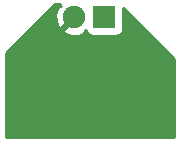
<source format=gbl>
G04 #@! TF.GenerationSoftware,KiCad,Pcbnew,6.0.0-rc1-unknown-2fdf13a~66~ubuntu16.04.1*
G04 #@! TF.CreationDate,2018-11-18T17:19:58+00:00*
G04 #@! TF.ProjectId,demo,64656d6f-2e6b-4696-9361-645f70636258,rev?*
G04 #@! TF.SameCoordinates,Original*
G04 #@! TF.FileFunction,Copper,L2,Bot*
G04 #@! TF.FilePolarity,Positive*
%FSLAX46Y46*%
G04 Gerber Fmt 4.6, Leading zero omitted, Abs format (unit mm)*
G04 Created by KiCad (PCBNEW 6.0.0-rc1-unknown-2fdf13a~66~ubuntu16.04.1) date Sun 18 Nov 2018 17:19:58 GMT*
%MOMM*%
%LPD*%
G01*
G04 APERTURE LIST*
G04 #@! TA.AperFunction,ComponentPad*
%ADD10C,1.900000*%
G04 #@! TD*
G04 #@! TA.AperFunction,ComponentPad*
%ADD11R,1.900000X1.900000*%
G04 #@! TD*
G04 #@! TA.AperFunction,ViaPad*
%ADD12C,0.800000*%
G04 #@! TD*
G04 #@! TA.AperFunction,Conductor*
%ADD13C,0.254000*%
G04 #@! TD*
G04 APERTURE END LIST*
D10*
G04 #@! TO.P,BT1,2*
G04 #@! TO.N,GND*
X223930000Y-3200000D03*
D11*
G04 #@! TO.P,BT1,1*
G04 #@! TO.N,5v*
X226470000Y-3200000D03*
G04 #@! TD*
D12*
G04 #@! TO.N,GND*
X221400000Y-5400000D03*
X219600000Y-5200000D03*
X224000000Y-12600000D03*
X230800000Y-11800000D03*
G04 #@! TD*
D13*
G04 #@! TO.N,GND*
G36*
X222699234Y-2148842D02*
X222813648Y-2263256D01*
X222551981Y-2355792D01*
X222333812Y-2947398D01*
X222358648Y-3577461D01*
X222551981Y-4044208D01*
X222813650Y-4136745D01*
X223750395Y-3200000D01*
X223736253Y-3185858D01*
X223915858Y-3006253D01*
X223930000Y-3020395D01*
X223944143Y-3006253D01*
X224123748Y-3185858D01*
X224109605Y-3200000D01*
X224123748Y-3214143D01*
X223944143Y-3393748D01*
X223930000Y-3379605D01*
X222993255Y-4316350D01*
X223085792Y-4578019D01*
X223677398Y-4796188D01*
X224307461Y-4771352D01*
X224774208Y-4578019D01*
X224866744Y-4316352D01*
X224915309Y-4364917D01*
X224921843Y-4397765D01*
X225062191Y-4607809D01*
X225272235Y-4748157D01*
X225520000Y-4797440D01*
X227420000Y-4797440D01*
X227667765Y-4748157D01*
X227877809Y-4607809D01*
X228018157Y-4397765D01*
X228067440Y-4150000D01*
X228067440Y-2465464D01*
X232365001Y-6763027D01*
X232365000Y-13365000D01*
X218135000Y-13365000D01*
X218135000Y-6263024D01*
X222263025Y-2135000D01*
X222713076Y-2135000D01*
X222699234Y-2148842D01*
X222699234Y-2148842D01*
G37*
X222699234Y-2148842D02*
X222813648Y-2263256D01*
X222551981Y-2355792D01*
X222333812Y-2947398D01*
X222358648Y-3577461D01*
X222551981Y-4044208D01*
X222813650Y-4136745D01*
X223750395Y-3200000D01*
X223736253Y-3185858D01*
X223915858Y-3006253D01*
X223930000Y-3020395D01*
X223944143Y-3006253D01*
X224123748Y-3185858D01*
X224109605Y-3200000D01*
X224123748Y-3214143D01*
X223944143Y-3393748D01*
X223930000Y-3379605D01*
X222993255Y-4316350D01*
X223085792Y-4578019D01*
X223677398Y-4796188D01*
X224307461Y-4771352D01*
X224774208Y-4578019D01*
X224866744Y-4316352D01*
X224915309Y-4364917D01*
X224921843Y-4397765D01*
X225062191Y-4607809D01*
X225272235Y-4748157D01*
X225520000Y-4797440D01*
X227420000Y-4797440D01*
X227667765Y-4748157D01*
X227877809Y-4607809D01*
X228018157Y-4397765D01*
X228067440Y-4150000D01*
X228067440Y-2465464D01*
X232365001Y-6763027D01*
X232365000Y-13365000D01*
X218135000Y-13365000D01*
X218135000Y-6263024D01*
X222263025Y-2135000D01*
X222713076Y-2135000D01*
X222699234Y-2148842D01*
G04 #@! TD*
M02*

</source>
